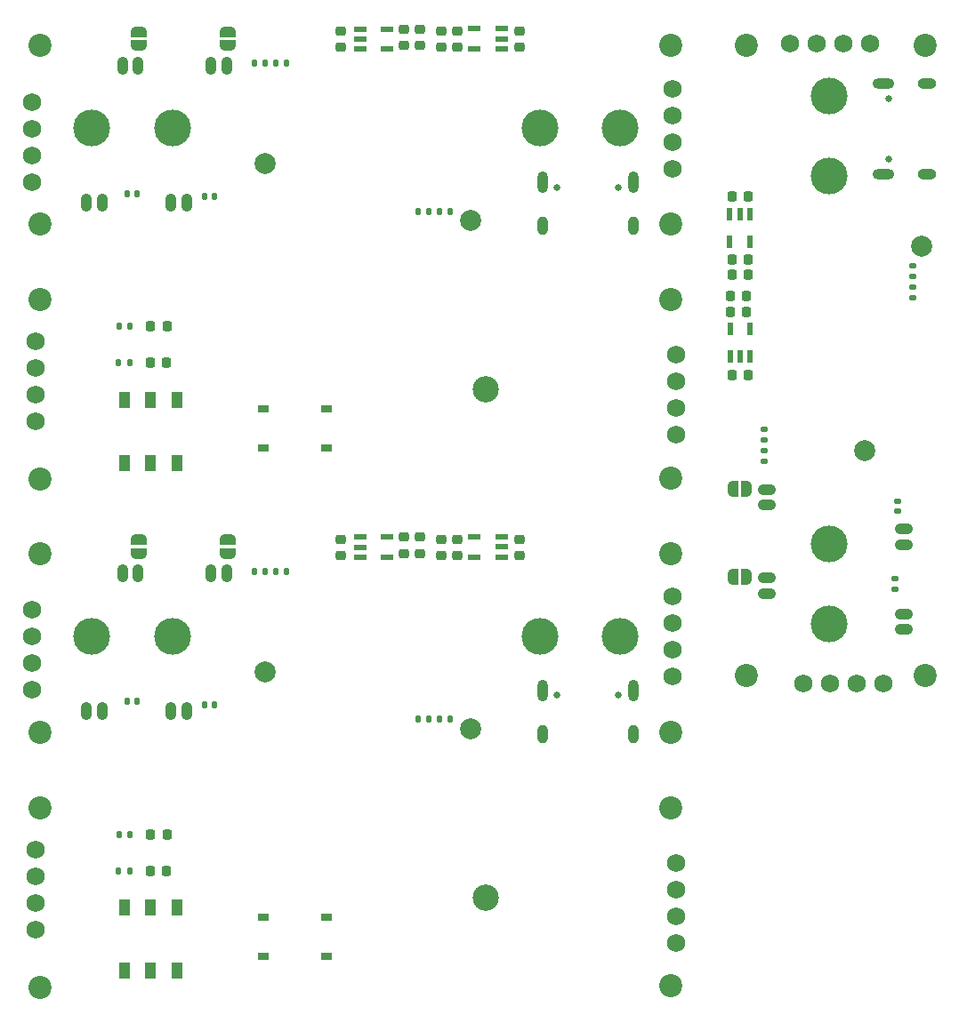
<source format=gbr>
%TF.GenerationSoftware,KiCad,Pcbnew,8.0.2*%
%TF.CreationDate,2024-05-05T17:49:43+09:00*%
%TF.ProjectId,ikafly_rev1_p,696b6166-6c79-45f7-9265-76315f702e6b,rev?*%
%TF.SameCoordinates,Original*%
%TF.FileFunction,Soldermask,Bot*%
%TF.FilePolarity,Negative*%
%FSLAX46Y46*%
G04 Gerber Fmt 4.6, Leading zero omitted, Abs format (unit mm)*
G04 Created by KiCad (PCBNEW 8.0.2) date 2024-05-05 17:49:43*
%MOMM*%
%LPD*%
G01*
G04 APERTURE LIST*
G04 Aperture macros list*
%AMRoundRect*
0 Rectangle with rounded corners*
0 $1 Rounding radius*
0 $2 $3 $4 $5 $6 $7 $8 $9 X,Y pos of 4 corners*
0 Add a 4 corners polygon primitive as box body*
4,1,4,$2,$3,$4,$5,$6,$7,$8,$9,$2,$3,0*
0 Add four circle primitives for the rounded corners*
1,1,$1+$1,$2,$3*
1,1,$1+$1,$4,$5*
1,1,$1+$1,$6,$7*
1,1,$1+$1,$8,$9*
0 Add four rect primitives between the rounded corners*
20,1,$1+$1,$2,$3,$4,$5,0*
20,1,$1+$1,$4,$5,$6,$7,0*
20,1,$1+$1,$6,$7,$8,$9,0*
20,1,$1+$1,$8,$9,$2,$3,0*%
%AMFreePoly0*
4,1,19,0.500000,-0.750000,0.000000,-0.750000,0.000000,-0.744911,-0.071157,-0.744911,-0.207708,-0.704816,-0.327430,-0.627875,-0.420627,-0.520320,-0.479746,-0.390866,-0.500000,-0.250000,-0.500000,0.250000,-0.479746,0.390866,-0.420627,0.520320,-0.327430,0.627875,-0.207708,0.704816,-0.071157,0.744911,0.000000,0.744911,0.000000,0.750000,0.500000,0.750000,0.500000,-0.750000,0.500000,-0.750000,
$1*%
%AMFreePoly1*
4,1,19,0.000000,0.744911,0.071157,0.744911,0.207708,0.704816,0.327430,0.627875,0.420627,0.520320,0.479746,0.390866,0.500000,0.250000,0.500000,-0.250000,0.479746,-0.390866,0.420627,-0.520320,0.327430,-0.627875,0.207708,-0.704816,0.071157,-0.744911,0.000000,-0.744911,0.000000,-0.750000,-0.500000,-0.750000,-0.500000,0.750000,0.000000,0.750000,0.000000,0.744911,0.000000,0.744911,
$1*%
G04 Aperture macros list end*
%ADD10O,1.730000X1.030000*%
%ADD11C,2.000000*%
%ADD12C,2.200000*%
%ADD13C,3.500000*%
%ADD14RoundRect,0.140000X0.170000X-0.140000X0.170000X0.140000X-0.170000X0.140000X-0.170000X-0.140000X0*%
%ADD15RoundRect,0.225000X0.225000X0.250000X-0.225000X0.250000X-0.225000X-0.250000X0.225000X-0.250000X0*%
%ADD16RoundRect,0.135000X0.185000X-0.135000X0.185000X0.135000X-0.185000X0.135000X-0.185000X-0.135000X0*%
%ADD17RoundRect,0.135000X-0.185000X0.135000X-0.185000X-0.135000X0.185000X-0.135000X0.185000X0.135000X0*%
%ADD18FreePoly0,0.000000*%
%ADD19FreePoly1,0.000000*%
%ADD20R,0.600000X1.200000*%
%ADD21RoundRect,0.225000X-0.225000X-0.250000X0.225000X-0.250000X0.225000X0.250000X-0.225000X0.250000X0*%
%ADD22C,0.650000*%
%ADD23O,2.100000X1.000000*%
%ADD24O,1.800000X1.000000*%
%ADD25C,1.750000*%
%ADD26O,1.030000X1.730000*%
%ADD27RoundRect,0.140000X-0.140000X-0.170000X0.140000X-0.170000X0.140000X0.170000X-0.140000X0.170000X0*%
%ADD28RoundRect,0.225000X0.250000X-0.225000X0.250000X0.225000X-0.250000X0.225000X-0.250000X-0.225000X0*%
%ADD29RoundRect,0.135000X-0.135000X-0.185000X0.135000X-0.185000X0.135000X0.185000X-0.135000X0.185000X0*%
%ADD30RoundRect,0.135000X0.135000X0.185000X-0.135000X0.185000X-0.135000X-0.185000X0.135000X-0.185000X0*%
%ADD31FreePoly0,270.000000*%
%ADD32FreePoly1,270.000000*%
%ADD33R,1.200000X0.600000*%
%ADD34RoundRect,0.218750X0.218750X0.256250X-0.218750X0.256250X-0.218750X-0.256250X0.218750X-0.256250X0*%
%ADD35RoundRect,0.225000X-0.250000X0.225000X-0.250000X-0.225000X0.250000X-0.225000X0.250000X0.225000X0*%
%ADD36R,1.000000X1.500000*%
%ADD37R,1.000000X0.750000*%
%ADD38C,2.500000*%
%ADD39O,1.000000X2.100000*%
%ADD40O,1.000000X1.800000*%
G04 APERTURE END LIST*
D10*
%TO.C,J2*%
X170750000Y-99782500D03*
X170750000Y-101282500D03*
%TD*%
%TO.C,J1*%
X170750000Y-107852500D03*
X170750000Y-109352500D03*
%TD*%
D11*
%TO.C,AE3*%
X172450000Y-72800000D03*
%TD*%
%TO.C,AE2*%
X167000000Y-92300000D03*
%TD*%
D12*
%TO.C,H4*%
X172750000Y-53700000D03*
%TD*%
%TO.C,H3*%
X155750000Y-53700000D03*
%TD*%
%TO.C,H2*%
X172750000Y-113700000D03*
%TD*%
D13*
%TO.C,BT1*%
X163650000Y-108800000D03*
X163650000Y-101150000D03*
X163650000Y-66150000D03*
X163650000Y-58500000D03*
%TD*%
D14*
%TO.C,C45*%
X169850000Y-105480000D03*
X169850000Y-104520000D03*
%TD*%
%TO.C,C47*%
X170150000Y-98080000D03*
X170150000Y-97120000D03*
%TD*%
D15*
%TO.C,C20*%
X155750000Y-79100000D03*
X154200000Y-79100000D03*
%TD*%
D16*
%TO.C,R17*%
X171550000Y-75720000D03*
X171550000Y-74700000D03*
%TD*%
D17*
%TO.C,R18*%
X171550000Y-76700000D03*
X171550000Y-77720000D03*
%TD*%
D18*
%TO.C,JP1*%
X154450000Y-95900000D03*
D19*
X155750000Y-95900000D03*
%TD*%
D16*
%TO.C,R7*%
X157450000Y-91300000D03*
X157450000Y-90280000D03*
%TD*%
D20*
%TO.C,IC6*%
X156100000Y-83300000D03*
X155150000Y-83300000D03*
X154200000Y-83300000D03*
X154200000Y-80700000D03*
X156100000Y-80700000D03*
%TD*%
D18*
%TO.C,JP2*%
X154450000Y-104350000D03*
D19*
X155750000Y-104350000D03*
%TD*%
D21*
%TO.C,C21*%
X154375000Y-75560000D03*
X155925000Y-75560000D03*
%TD*%
D20*
%TO.C,IC5*%
X154165000Y-69810000D03*
X155115000Y-69810000D03*
X156065000Y-69810000D03*
X156065000Y-72410000D03*
X154165000Y-72410000D03*
%TD*%
D15*
%TO.C,C22*%
X155750000Y-77600000D03*
X154200000Y-77600000D03*
%TD*%
D21*
%TO.C,C18*%
X154375000Y-68100000D03*
X155925000Y-68100000D03*
%TD*%
D16*
%TO.C,R6*%
X157450000Y-93310000D03*
X157450000Y-92290000D03*
%TD*%
D21*
%TO.C,C19*%
X154375000Y-74060000D03*
X155925000Y-74060000D03*
%TD*%
%TO.C,C17*%
X154395000Y-85100000D03*
X155945000Y-85100000D03*
%TD*%
D10*
%TO.C,J3*%
X157650000Y-105900000D03*
X157650000Y-104400000D03*
%TD*%
%TO.C,J4*%
X157650000Y-97487500D03*
X157650000Y-95987500D03*
%TD*%
D12*
%TO.C,H1*%
X155750000Y-113700000D03*
%TD*%
D22*
%TO.C,J6*%
X169270000Y-64510000D03*
X169270000Y-58730000D03*
D23*
X168770000Y-65940000D03*
D24*
X172950000Y-65940000D03*
D23*
X168770000Y-57300000D03*
D24*
X172950000Y-57300000D03*
%TD*%
D25*
%TO.C,J5*%
X161115000Y-114500000D03*
X163655000Y-114500000D03*
X166195000Y-114500000D03*
X168735000Y-114500000D03*
X159845000Y-53500000D03*
X162385000Y-53500000D03*
X164925000Y-53500000D03*
X167465000Y-53500000D03*
%TD*%
D26*
%TO.C,J2*%
X102467500Y-117100000D03*
X100967500Y-117100000D03*
%TD*%
%TO.C,J1*%
X94397500Y-117100000D03*
X92897500Y-117100000D03*
%TD*%
D12*
%TO.C,H7*%
X148550000Y-143300000D03*
%TD*%
D11*
%TO.C,AE3*%
X129450000Y-118800000D03*
%TD*%
%TO.C,AE2*%
X109950000Y-113350000D03*
%TD*%
D12*
%TO.C,H4*%
X148550000Y-119100000D03*
%TD*%
%TO.C,H5*%
X88550000Y-126300000D03*
%TD*%
%TO.C,H3*%
X148550000Y-102100000D03*
%TD*%
%TO.C,H2*%
X88550000Y-119100000D03*
%TD*%
D13*
%TO.C,BT1*%
X93450000Y-110000000D03*
X101100000Y-110000000D03*
X136100000Y-110000000D03*
X143750000Y-110000000D03*
%TD*%
D27*
%TO.C,C45*%
X96770000Y-116200000D03*
X97730000Y-116200000D03*
%TD*%
%TO.C,C47*%
X104170000Y-116500000D03*
X105130000Y-116500000D03*
%TD*%
D28*
%TO.C,C20*%
X123150000Y-102100000D03*
X123150000Y-100550000D03*
%TD*%
D29*
%TO.C,R17*%
X126530000Y-117900000D03*
X127550000Y-117900000D03*
%TD*%
D30*
%TO.C,R18*%
X125550000Y-117900000D03*
X124530000Y-117900000D03*
%TD*%
D31*
%TO.C,JP1*%
X106350000Y-100800000D03*
D32*
X106350000Y-102100000D03*
%TD*%
D29*
%TO.C,R7*%
X110950000Y-103800000D03*
X111970000Y-103800000D03*
%TD*%
D33*
%TO.C,IC6*%
X118950000Y-102450000D03*
X118950000Y-101500000D03*
X118950000Y-100550000D03*
X121550000Y-100550000D03*
X121550000Y-102450000D03*
%TD*%
D31*
%TO.C,JP2*%
X97900000Y-100800000D03*
D32*
X97900000Y-102100000D03*
%TD*%
D34*
%TO.C,D2*%
X100625000Y-128850000D03*
X99050000Y-128850000D03*
%TD*%
D35*
%TO.C,C21*%
X126690000Y-100725000D03*
X126690000Y-102275000D03*
%TD*%
D33*
%TO.C,IC5*%
X132440000Y-100515000D03*
X132440000Y-101465000D03*
X132440000Y-102415000D03*
X129840000Y-102415000D03*
X129840000Y-100515000D03*
%TD*%
D28*
%TO.C,C22*%
X124650000Y-102100000D03*
X124650000Y-100550000D03*
%TD*%
D35*
%TO.C,C18*%
X134150000Y-100725000D03*
X134150000Y-102275000D03*
%TD*%
D25*
%TO.C,J7*%
X149050000Y-131570000D03*
X149050000Y-134110000D03*
X149050000Y-136650000D03*
X149050000Y-139190000D03*
X88050000Y-130300000D03*
X88050000Y-132840000D03*
X88050000Y-135380000D03*
X88050000Y-137920000D03*
%TD*%
D36*
%TO.C,S2*%
X101550000Y-141850000D03*
X99050000Y-141850000D03*
X96550000Y-141850000D03*
X96550000Y-135850000D03*
X99050000Y-135850000D03*
X101550000Y-135850000D03*
%TD*%
D34*
%TO.C,D1*%
X100550000Y-132350000D03*
X98975000Y-132350000D03*
%TD*%
D29*
%TO.C,R14*%
X96077500Y-128850000D03*
X97097500Y-128850000D03*
%TD*%
D37*
%TO.C,S1*%
X115800000Y-136725000D03*
X109800000Y-136725000D03*
X115800000Y-140475000D03*
X109800000Y-140475000D03*
%TD*%
D29*
%TO.C,R6*%
X108940000Y-103800000D03*
X109960000Y-103800000D03*
%TD*%
D12*
%TO.C,H6*%
X88550000Y-143400000D03*
%TD*%
D38*
%TO.C,AE1*%
X130900000Y-134880000D03*
%TD*%
D35*
%TO.C,C19*%
X128190000Y-100725000D03*
X128190000Y-102275000D03*
%TD*%
%TO.C,C17*%
X117150000Y-100745000D03*
X117150000Y-102295000D03*
%TD*%
D29*
%TO.C,R13*%
X96002500Y-132350000D03*
X97022500Y-132350000D03*
%TD*%
D26*
%TO.C,J3*%
X96350000Y-104000000D03*
X97850000Y-104000000D03*
%TD*%
%TO.C,J4*%
X104762500Y-104000000D03*
X106262500Y-104000000D03*
%TD*%
D12*
%TO.C,H1*%
X88550000Y-102100000D03*
%TD*%
D22*
%TO.C,J6*%
X137740000Y-115620000D03*
X143520000Y-115620000D03*
D39*
X136310000Y-115120000D03*
D40*
X136310000Y-119300000D03*
D39*
X144950000Y-115120000D03*
D40*
X144950000Y-119300000D03*
%TD*%
D25*
%TO.C,J5*%
X87750000Y-107465000D03*
X87750000Y-110005000D03*
X87750000Y-112545000D03*
X87750000Y-115085000D03*
X148750000Y-106195000D03*
X148750000Y-108735000D03*
X148750000Y-111275000D03*
X148750000Y-113815000D03*
%TD*%
D12*
%TO.C,H8*%
X148550000Y-126300000D03*
%TD*%
D26*
%TO.C,J2*%
X102467500Y-68700000D03*
X100967500Y-68700000D03*
%TD*%
D12*
%TO.C,H7*%
X148550000Y-94900000D03*
%TD*%
D26*
%TO.C,J1*%
X94397500Y-68700000D03*
X92897500Y-68700000D03*
%TD*%
D11*
%TO.C,AE3*%
X129450000Y-70400000D03*
%TD*%
%TO.C,AE2*%
X109950000Y-64950000D03*
%TD*%
D12*
%TO.C,H5*%
X88550000Y-77900000D03*
%TD*%
%TO.C,H3*%
X148550000Y-53700000D03*
%TD*%
%TO.C,H2*%
X88550000Y-70700000D03*
%TD*%
%TO.C,H4*%
X148550000Y-70700000D03*
%TD*%
D36*
%TO.C,S2*%
X101550000Y-93450000D03*
X99050000Y-93450000D03*
X96550000Y-93450000D03*
X96550000Y-87450000D03*
X99050000Y-87450000D03*
X101550000Y-87450000D03*
%TD*%
D34*
%TO.C,D1*%
X100550000Y-83950000D03*
X98975000Y-83950000D03*
%TD*%
D31*
%TO.C,JP2*%
X97900000Y-52400000D03*
D32*
X97900000Y-53700000D03*
%TD*%
D31*
%TO.C,JP1*%
X106350000Y-52400000D03*
D32*
X106350000Y-53700000D03*
%TD*%
D33*
%TO.C,IC6*%
X118950000Y-54050000D03*
X118950000Y-53100000D03*
X118950000Y-52150000D03*
X121550000Y-52150000D03*
X121550000Y-54050000D03*
%TD*%
D27*
%TO.C,C45*%
X96770000Y-67800000D03*
X97730000Y-67800000D03*
%TD*%
D13*
%TO.C,BT1*%
X93450000Y-61600000D03*
X101100000Y-61600000D03*
X136100000Y-61600000D03*
X143750000Y-61600000D03*
%TD*%
D27*
%TO.C,C47*%
X104170000Y-68100000D03*
X105130000Y-68100000D03*
%TD*%
D34*
%TO.C,D2*%
X100625000Y-80450000D03*
X99050000Y-80450000D03*
%TD*%
D29*
%TO.C,R7*%
X110950000Y-55400000D03*
X111970000Y-55400000D03*
%TD*%
D25*
%TO.C,J7*%
X149050000Y-83170000D03*
X149050000Y-85710000D03*
X149050000Y-88250000D03*
X149050000Y-90790000D03*
X88050000Y-81900000D03*
X88050000Y-84440000D03*
X88050000Y-86980000D03*
X88050000Y-89520000D03*
%TD*%
D28*
%TO.C,C20*%
X123150000Y-53700000D03*
X123150000Y-52150000D03*
%TD*%
D29*
%TO.C,R17*%
X126530000Y-69500000D03*
X127550000Y-69500000D03*
%TD*%
D35*
%TO.C,C21*%
X126690000Y-52325000D03*
X126690000Y-53875000D03*
%TD*%
D30*
%TO.C,R18*%
X125550000Y-69500000D03*
X124530000Y-69500000D03*
%TD*%
D28*
%TO.C,C22*%
X124650000Y-53700000D03*
X124650000Y-52150000D03*
%TD*%
D35*
%TO.C,C18*%
X134150000Y-52325000D03*
X134150000Y-53875000D03*
%TD*%
D33*
%TO.C,IC5*%
X132440000Y-52115000D03*
X132440000Y-53065000D03*
X132440000Y-54015000D03*
X129840000Y-54015000D03*
X129840000Y-52115000D03*
%TD*%
D35*
%TO.C,C19*%
X128190000Y-52325000D03*
X128190000Y-53875000D03*
%TD*%
D38*
%TO.C,AE1*%
X130900000Y-86480000D03*
%TD*%
D35*
%TO.C,C17*%
X117150000Y-52345000D03*
X117150000Y-53895000D03*
%TD*%
D29*
%TO.C,R13*%
X96002500Y-83950000D03*
X97022500Y-83950000D03*
%TD*%
D37*
%TO.C,S1*%
X115800000Y-88325000D03*
X109800000Y-88325000D03*
X115800000Y-92075000D03*
X109800000Y-92075000D03*
%TD*%
D29*
%TO.C,R6*%
X108940000Y-55400000D03*
X109960000Y-55400000D03*
%TD*%
%TO.C,R14*%
X96077500Y-80450000D03*
X97097500Y-80450000D03*
%TD*%
D12*
%TO.C,H6*%
X88550000Y-95000000D03*
%TD*%
D26*
%TO.C,J3*%
X96350000Y-55600000D03*
X97850000Y-55600000D03*
%TD*%
D12*
%TO.C,H1*%
X88550000Y-53700000D03*
%TD*%
D22*
%TO.C,J6*%
X137740000Y-67220000D03*
X143520000Y-67220000D03*
D39*
X136310000Y-66720000D03*
D40*
X136310000Y-70900000D03*
D39*
X144950000Y-66720000D03*
D40*
X144950000Y-70900000D03*
%TD*%
D25*
%TO.C,J5*%
X87750000Y-59065000D03*
X87750000Y-61605000D03*
X87750000Y-64145000D03*
X87750000Y-66685000D03*
X148750000Y-57795000D03*
X148750000Y-60335000D03*
X148750000Y-62875000D03*
X148750000Y-65415000D03*
%TD*%
D26*
%TO.C,J4*%
X104762500Y-55600000D03*
X106262500Y-55600000D03*
%TD*%
D12*
%TO.C,H8*%
X148550000Y-77900000D03*
%TD*%
M02*

</source>
